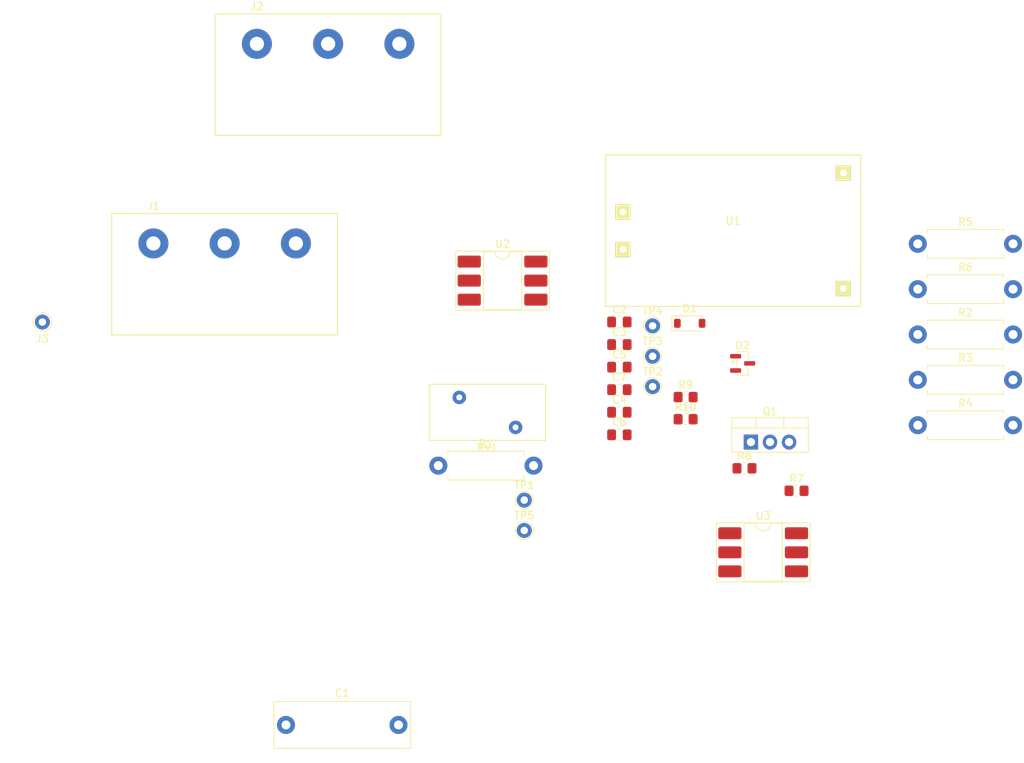
<source format=kicad_pcb>
(kicad_pcb (version 20241229) (generator "pcbnew") (generator_version "9.0")
  (layers (0 "F.Cu" signal) (2 "B.Cu" signal) (13 "F.Paste" user) (15 "B.Paste" user) (5 "F.SilkS" user "F.Silkscreen") (7 "B.SilkS" user "B.Silkscreen") (1 "F.Mask" user) (3 "B.Mask" user) (25 "Edge.Cuts" user))
  (net 0 "")
  (net 1 "GND")
  (net 2 "VCC")
  (net 3 "Net-(D1-K)")
  (net 4 "Net-(D1-A)")
  (net 5 "/MAINS_N")
  (net 6 "/MAINS_L_IN")
  (net 7 "/MAINS_L_OUT")
  (net 8 "/ADC")
  (net 9 "/ZCD")
  (net 10 "Net-(Q1-G)")
  (net 11 "/TRIAC")
  (net 12 "Net-(R8-Pad2)")
  (net 15 "Net-(C1-Pad1)")
  (net 16 "Net-(R5-Pad2)")
  (net 17 "Net-(R6-Pad1)")
  (net 18 "Net-(R7-Pad1)")
  (net 21 "/MAIN_PEN")
  (footprint "Capacitor_SMD:C_0805_2012Metric_Pad1.18x1.45mm_HandSolder" (layer "F.Cu") (at 153.13 81.74)
    (property "Reference" "C3" (at 0 -1.68 0) (layer "F.SilkS"))
    (property "Value" "47u")
    (fp_line (start -0.261252 -0.735) (end 0.261252 -0.735) (stroke (width 0.12)) (layer "F.SilkS"))
    (fp_line (start -0.261252 0.735) (end 0.261252 0.735) (stroke (width 0.12)) (layer "F.SilkS"))
    (pad "1" smd roundrect (at -1.0375 0) (size 1.175 1.45) (layers "F.Cu" "F.Mask" "F.Paste") (roundrect_rratio 0.212766) (net 2 "VCC"))
    (pad "2" smd roundrect (at 1.0375 0) (size 1.175 1.45) (layers "F.Cu" "F.Mask" "F.Paste") (roundrect_rratio 0.212766) (net 1 "GND"))
  )
  (footprint "TestPoint:TestPoint_THTPad_D2.0mm_Drill1.0mm" (layer "F.Cu") (at 140.45 106.54)
    (property "Reference" "TP5" (at 0 -1.998 0) (layer "F.SilkS"))
    (property "Value" "ADC")
    (fp_circle (center 0 0) (end 0 1.2) (stroke (width 0.12)) (fill no) (layer "F.SilkS"))
    (pad "1" thru_hole circle (at 0 0) (size 2 2) (drill 1) (layers "*.Cu" "*.Mask") (net 3 "Net-(D1-K)"))
  )
  (footprint "Drake:HB-9500-3P" (layer "F.Cu") (at 104.8 41.62)
    (property "Reference" "J2" (at 0 -5 0) (layer "F.SilkS"))
    (property "Value" "OUT")
    (fp_line (start -5.55 -4) (end -5.55 12.2) (stroke (width 0.15)) (layer "F.SilkS"))
    (fp_line (start -5.55 -4) (end 24.55 -4) (stroke (width 0.15)) (layer "F.SilkS"))
    (fp_line (start -5.55 12.2) (end 24.55 12.2) (stroke (width 0.15)) (layer "F.SilkS"))
    (fp_line (start 24.55 -4) (end 24.55 12.2) (stroke (width 0.15)) (layer "F.SilkS"))
    (pad "1" thru_hole circle (at 0 0) (size 4 4) (drill 1.9) (layers "*.Cu" "*.Mask") (net 21 "/MAIN_PEN"))
    (pad "2" thru_hole circle (at 9.5 0) (size 4 4) (drill 1.9) (layers "*.Cu" "*.Mask") (net 5 "/MAINS_N"))
    (pad "3" thru_hole circle (at 19 0) (size 4 4) (drill 1.9) (layers "*.Cu" "*.Mask") (net 7 "/MAINS_L_OUT"))
  )
  (footprint "Capacitor_SMD:C_0805_2012Metric_Pad1.18x1.45mm_HandSolder" (layer "F.Cu") (at 153.13 93.78)
    (property "Reference" "C6" (at 0 -1.68 0) (layer "F.SilkS"))
    (property "Value" "100n")
    (fp_line (start -0.261252 -0.735) (end 0.261252 -0.735) (stroke (width 0.12)) (layer "F.SilkS"))
    (fp_line (start -0.261252 0.735) (end 0.261252 0.735) (stroke (width 0.12)) (layer "F.SilkS"))
    (pad "1" smd roundrect (at -1.0375 0) (size 1.175 1.45) (layers "F.Cu" "F.Mask" "F.Paste") (roundrect_rratio 0.212766) (net 3 "Net-(D1-K)"))
    (pad "2" smd roundrect (at 1.0375 0) (size 1.175 1.45) (layers "F.Cu" "F.Mask" "F.Paste") (roundrect_rratio 0.212766) (net 1 "GND"))
  )
  (footprint "Package_TO_SOT_SMD:SOT-23" (layer "F.Cu") (at 169.5625 84.25)
    (property "Reference" "D2" (at 0 -2.4 0) (layer "F.SilkS"))
    (property "Value" "BAT54S")
    (fp_line (start -0.76 -1.56) (end 0.76 -1.56) (stroke (width 0.12)) (layer "F.SilkS"))
    (fp_line (start -0.76 -1.51) (end -0.76 -1.56) (stroke (width 0.12)) (layer "F.SilkS"))
    (fp_line (start -0.76 0.39) (end -0.76 -0.39) (stroke (width 0.12)) (layer "F.SilkS"))
    (fp_line (start -0.76 1.56) (end -0.76 1.51) (stroke (width 0.12)) (layer "F.SilkS"))
    (fp_line (start 0.76 -1.56) (end 0.76 -0.56) (stroke (width 0.12)) (layer "F.SilkS"))
    (fp_line (start 0.76 0.56) (end 0.76 1.56) (stroke (width 0.12)) (layer "F.SilkS"))
    (fp_line (start 0.76 1.56) (end -0.76 1.56) (stroke (width 0.12)) (layer "F.SilkS"))
    (fp_poly (pts (xy -1.3 -0.38) (xy -1.06 -0.05) (xy -1.54 -0.05)) (stroke (width 0.12)) (fill yes) (layer "F.SilkS"))
    (pad "1" smd roundrect (at -0.9375 -0.95) (size 1.475 0.6) (layers "F.Cu" "F.Mask" "F.Paste") (net 1 "GND"))
    (pad "2" smd roundrect (at -0.9375 0.95) (size 1.475 0.6) (layers "F.Cu" "F.Mask" "F.Paste") (net 2 "VCC"))
    (pad "3" smd roundrect (at 0.9375 0) (size 1.475 0.6) (layers "F.Cu" "F.Mask" "F.Paste") (net 3 "Net-(D1-K)"))
  )
  (footprint "Varistor:RV_Disc_D15.5mm_W7.5mm_P7.5mm" (layer "F.Cu") (at 131.79 88.79)
    (property "Reference" "RV1" (at 3.75 6.75 0) (layer "F.SilkS"))
    (property "Value" "14D471")
    (fp_line (start -4 -1.75) (end -4 5.75) (stroke (width 0.15)) (layer "F.SilkS"))
    (fp_line (start -4 -1.75) (end 11.5 -1.75) (stroke (width 0.15)) (layer "F.SilkS"))
    (fp_line (start -4 5.75) (end 11.5 5.75) (stroke (width 0.15)) (layer "F.SilkS"))
    (fp_line (start 11.5 -1.75) (end 11.5 5.75) (stroke (width 0.15)) (layer "F.SilkS"))
    (pad "1" thru_hole circle (at 0 0) (size 1.8 1.8) (drill 0.8) (layers "*.Cu" "*.Mask") (net 6 "/MAINS_L_IN"))
    (pad "2" thru_hole circle (at 7.5 4) (size 1.8 1.8) (drill 0.8) (layers "*.Cu" "*.Mask") (net 5 "/MAINS_N"))
  )
  (footprint "Resistor_THT:R_Axial_DIN0411_L9.9mm_D3.6mm_P12.70mm_Horizontal" (layer "F.Cu") (at 192.92 74.35)
    (property "Reference" "R6" (at 6.35 -2.92 0) (layer "F.SilkS"))
    (property "Value" "68k/0.5W")
    (fp_line (start 1.28 -1.92) (end 11.42 -1.92) (stroke (width 0.12)) (layer "F.SilkS"))
    (fp_line (start 1.28 -1.44) (end 1.28 -1.92) (stroke (width 0.12)) (layer "F.SilkS"))
    (fp_line (start 1.28 1.44) (end 1.28 1.92) (stroke (width 0.12)) (layer "F.SilkS"))
    (fp_line (start 1.28 1.92) (end 11.42 1.92) (stroke (width 0.12)) (layer "F.SilkS"))
    (fp_line (start 11.42 -1.92) (end 11.42 -1.44) (stroke (width 0.12)) (layer "F.SilkS"))
    (fp_line (start 11.42 1.92) (end 11.42 1.44) (stroke (width 0.12)) (layer "F.SilkS"))
    (pad "1" thru_hole circle (at 0 0) (size 2.4 2.4) (drill 1.2) (layers "*.Cu" "*.Mask") (net 17 "Net-(R6-Pad1)"))
    (pad "2" thru_hole circle (at 12.7 0) (size 2.4 2.4) (drill 1.2) (layers "*.Cu" "*.Mask") (net 5 "/MAINS_N"))
  )
  (footprint "Capacitor_SMD:C_0805_2012Metric_Pad1.18x1.45mm_HandSolder" (layer "F.Cu") (at 153.13 78.73)
    (property "Reference" "C2" (at 0 -1.68 0) (layer "F.SilkS"))
    (property "Value" "1n")
    (fp_line (start -0.261252 -0.735) (end 0.261252 -0.735) (stroke (width 0.12)) (layer "F.SilkS"))
    (fp_line (start -0.261252 0.735) (end 0.261252 0.735) (stroke (width 0.12)) (layer "F.SilkS"))
    (pad "1" smd roundrect (at -1.0375 0) (size 1.175 1.45) (layers "F.Cu" "F.Mask" "F.Paste") (roundrect_rratio 0.212766) (net 9 "/ZCD"))
    (pad "2" smd roundrect (at 1.0375 0) (size 1.175 1.45) (layers "F.Cu" "F.Mask" "F.Paste") (roundrect_rratio 0.212766) (net 1 "GND"))
  )
  (footprint "Diode_SMD:D_SOD-123" (layer "F.Cu") (at 162.505 78.9)
    (property "Reference" "D1" (at 0 -2 0) (layer "F.SilkS"))
    (property "Value" "DSK14")
    (fp_line (start -2.36 -1) (end -2.36 1) (stroke (width 0.12)) (layer "F.SilkS"))
    (fp_line (start -2.36 -1) (end 1.65 -1) (stroke (width 0.12)) (layer "F.SilkS"))
    (fp_line (start -2.36 1) (end 1.65 1) (stroke (width 0.12)) (layer "F.SilkS"))
    (pad "1" smd roundrect (at -1.65 0) (size 0.9 1.2) (layers "F.Cu" "F.Mask" "F.Paste") (net 3 "Net-(D1-K)"))
    (pad "2" smd roundrect (at 1.65 0) (size 0.9 1.2) (layers "F.Cu" "F.Mask" "F.Paste") (net 4 "Net-(D1-A)"))
  )
  (footprint "Resistor_SMD:R_0805_2012Metric_Pad1.20x1.40mm_HandSolder" (layer "F.Cu") (at 176.75 101.25)
    (property "Reference" "R7" (at 0 -1.65 0) (layer "F.SilkS"))
    (property "Value" "270R")
    (fp_line (start -0.227064 -0.735) (end 0.227064 -0.735) (stroke (width 0.12)) (layer "F.SilkS"))
    (fp_line (start -0.227064 0.735) (end 0.227064 0.735) (stroke (width 0.12)) (layer "F.SilkS"))
    (pad "1" smd roundrect (at -1 0) (size 1.2 1.4) (layers "F.Cu" "F.Mask" "F.Paste") (roundrect_rratio 0.208333) (net 18 "Net-(R7-Pad1)"))
    (pad "2" smd roundrect (at 1 0) (size 1.2 1.4) (layers "F.Cu" "F.Mask" "F.Paste") (roundrect_rratio 0.208333) (net 10 "Net-(Q1-G)"))
  )
  (footprint "Resistor_SMD:R_0805_2012Metric_Pad1.20x1.40mm_HandSolder" (layer "F.Cu") (at 161.96 88.75)
    (property "Reference" "R9" (at 0 -1.65 0) (layer "F.SilkS"))
    (property "Value" "4k7")
    (fp_line (start -0.227064 -0.735) (end 0.227064 -0.735) (stroke (width 0.12)) (layer "F.SilkS"))
    (fp_line (start -0.227064 0.735) (end 0.227064 0.735) (stroke (width 0.12)) (layer "F.SilkS"))
    (pad "1" smd roundrect (at -1 0) (size 1.2 1.4) (layers "F.Cu" "F.Mask" "F.Paste") (roundrect_rratio 0.208333) (net 2 "VCC"))
    (pad "2" smd roundrect (at 1 0) (size 1.2 1.4) (layers "F.Cu" "F.Mask" "F.Paste") (roundrect_rratio 0.208333) (net 9 "/ZCD"))
  )
  (footprint "Capacitor_SMD:C_0805_2012Metric_Pad1.18x1.45mm_HandSolder" (layer "F.Cu") (at 153.13 90.77)
    (property "Reference" "C4" (at 0 -1.68 0) (layer "F.SilkS"))
    (property "Value" "10u")
    (fp_line (start -0.261252 -0.735) (end 0.261252 -0.735) (stroke (width 0.12)) (layer "F.SilkS"))
    (fp_line (start -0.261252 0.735) (end 0.261252 0.735) (stroke (width 0.12)) (layer "F.SilkS"))
    (pad "1" smd roundrect (at -1.0375 0) (size 1.175 1.45) (layers "F.Cu" "F.Mask" "F.Paste") (roundrect_rratio 0.212766) (net 3 "Net-(D1-K)"))
    (pad "2" smd roundrect (at 1.0375 0) (size 1.175 1.45) (layers "F.Cu" "F.Mask" "F.Paste") (roundrect_rratio 0.212766) (net 1 "GND"))
  )
  (footprint "Resistor_THT:R_Axial_DIN0411_L9.9mm_D3.6mm_P12.70mm_Horizontal" (layer "F.Cu") (at 192.92 68.3)
    (property "Reference" "R5" (at 6.35 -2.92 0) (layer "F.SilkS"))
    (property "Value" "68k/0.5W")
    (fp_line (start 1.28 -1.92) (end 11.42 -1.92) (stroke (width 0.12)) (layer "F.SilkS"))
    (fp_line (start 1.28 -1.44) (end 1.28 -1.92) (stroke (width 0.12)) (layer "F.SilkS"))
    (fp_line (start 1.28 1.44) (end 1.28 1.92) (stroke (width 0.12)) (layer "F.SilkS"))
    (fp_line (start 1.28 1.92) (end 11.42 1.92) (stroke (width 0.12)) (layer "F.SilkS"))
    (fp_line (start 11.42 -1.92) (end 11.42 -1.44) (stroke (width 0.12)) (layer "F.SilkS"))
    (fp_line (start 11.42 1.92) (end 11.42 1.44) (stroke (width 0.12)) (layer "F.SilkS"))
    (pad "1" thru_hole circle (at 0 0) (size 2.4 2.4) (drill 1.2) (layers "*.Cu" "*.Mask") (net 6 "/MAINS_L_IN"))
    (pad "2" thru_hole circle (at 12.7 0) (size 2.4 2.4) (drill 1.2) (layers "*.Cu" "*.Mask") (net 16 "Net-(R5-Pad2)"))
  )
  (footprint "Drake:HLK-PM01" (layer "F.Cu") (at 168.3 66.55)
    (property "Reference" "U1" (at 0 -1.27 0) (layer "F.SilkS"))
    (property "Value" "HLK-PM03")
    (fp_line (start -17 -10.1) (end 17 -10.1) (stroke (width 0.15)) (layer "F.SilkS"))
    (fp_line (start -17 10.1) (end -17 -10.1) (stroke (width 0.15)) (layer "F.SilkS"))
    (fp_line (start 17 -10.1) (end 17 10.1) (stroke (width 0.15)) (layer "F.SilkS"))
    (fp_line (start 17 10.1) (end -17 10.1) (stroke (width 0.15)) (layer "F.SilkS"))
    (pad "1" thru_hole rect (at -14.7 -2.5) (size 2 2) (drill 0.9) (layers "*.Cu" "*.Mask" "F.SilkS") (net 6 "/MAINS_L_IN"))
    (pad "2" thru_hole rect (at -14.7 2.5) (size 2 2) (drill 0.9) (layers "*.Cu" "*.Mask" "F.SilkS") (net 5 "/MAINS_N"))
    (pad "3" thru_hole rect (at 14.7 -7.7) (size 2 2) (drill 0.9) (layers "*.Cu" "*.Mask" "F.SilkS") (net 1 "GND"))
    (pad "4" thru_hole rect (at 14.7 7.7) (size 2 2) (drill 0.9) (layers "*.Cu" "*.Mask" "F.SilkS") (net 2 "VCC"))
  )
  (footprint "Resistor_SMD:R_0805_2012Metric_Pad1.20x1.40mm_HandSolder" (layer "F.Cu") (at 169.81 98.25)
    (property "Reference" "R8" (at 0 -1.65 0) (layer "F.SilkS"))
    (property "Value" "270R")
    (fp_line (start -0.227064 -0.735) (end 0.227064 -0.735) (stroke (width 0.12)) (layer "F.SilkS"))
    (fp_line (start -0.227064 0.735) (end 0.227064 0.735) (stroke (width 0.12)) (layer "F.SilkS"))
    (pad "1" smd roundrect (at -1 0) (size 1.2 1.4) (layers "F.Cu" "F.Mask" "F.Paste") (roundrect_rratio 0.208333) (net 11 "/TRIAC"))
    (pad "2" smd roundrect (at 1 0) (size 1.2 1.4) (layers "F.Cu" "F.Mask" "F.Paste") (roundrect_rratio 0.208333) (net 12 "Net-(R8-Pad2)"))
  )
  (footprint "Package_TO_SOT_THT:TO-220-3_Vertical" (layer "F.Cu") (at 170.67 94.75)
    (property "Reference" "Q1" (at 2.54 -4.1 0) (layer "F.SilkS"))
    (property "Value" "BTA24-600C")
    (fp_line (start -2.57 -3.26) (end 7.65 -3.26) (stroke (width 0.12)) (layer "F.SilkS"))
    (fp_line (start -2.57 -1.88) (end 7.65 -1.88) (stroke (width 0.12)) (layer "F.SilkS"))
    (fp_line (start -2.57 1.36) (end -2.57 -3.26) (stroke (width 0.12)) (layer "F.SilkS"))
    (fp_line (start 0.69 -3.26) (end 0.69 -1.88) (stroke (width 0.12)) (layer "F.SilkS"))
    (fp_line (start 4.39 -3.26) (end 4.39 -1.88) (stroke (width 0.12)) (layer "F.SilkS"))
    (fp_line (start 7.65 -3.26) (end 7.65 1.36) (stroke (width 0.12)) (layer "F.SilkS"))
    (fp_line (start 7.65 1.36) (end -2.57 1.36) (stroke (width 0.12)) (layer "F.SilkS"))
    (pad "1" thru_hole rect (at 0 0) (size 1.905 2) (drill 1.1) (layers "*.Cu" "*.Mask") (net 7 "/MAINS_L_OUT"))
    (pad "2" thru_hole oval (at 2.54 0) (size 1.905 2) (drill 1.1) (layers "*.Cu" "*.Mask") (net 6 "/MAINS_L_IN"))
    (pad "3" thru_hole oval (at 5.08 0) (size 1.905 2) (drill 1.1) (layers "*.Cu" "*.Mask") (net 10 "Net-(Q1-G)"))
  )
  (footprint "TestPoint:TestPoint_THTPad_D2.0mm_Drill1.0mm" (layer "F.Cu") (at 140.45 102.49)
    (property "Reference" "TP1" (at 0 -1.998 0) (layer "F.SilkS"))
    (property "Value" "TRIAC")
    (fp_circle (center 0 0) (end 0 1.2) (stroke (width 0.12)) (fill no) (layer "F.SilkS"))
    (pad "1" thru_hole circle (at 0 0) (size 2 2) (drill 1) (layers "*.Cu" "*.Mask") (net 11 "/TRIAC"))
  )
  (footprint "Package_DIP:DIP-6_W8.89mm_SMDSocket_LongPads" (layer "F.Cu") (at 172.305 109.46)
    (property "Reference" "U3" (at 0 -4.87 0) (layer "F.SilkS"))
    (property "Value" "MOC3023M")
    (fp_line (start -2.535 -3.87) (end -2.535 3.87) (stroke (width 0.12)) (layer "F.SilkS"))
    (fp_line (start -2.535 3.87) (end 2.535 3.87) (stroke (width 0.12)) (layer "F.SilkS"))
    (fp_line (start -1 -3.87) (end -2.535 -3.87) (stroke (width 0.12)) (layer "F.SilkS"))
    (fp_line (start 2.535 -3.87) (end 1 -3.87) (stroke (width 0.12)) (layer "F.SilkS"))
    (fp_line (start 2.535 3.87) (end 2.535 -3.87) (stroke (width 0.12)) (layer "F.SilkS"))
    (fp_rect (start -6.235 -3.93) (end 6.235 3.93) (stroke (width 0.12)) (fill no) (layer "F.SilkS"))
    (fp_arc (start 1 -3.87) (mid 0 -2.87) (end -1 -3.87) (stroke (width 0.12)) (layer "F.SilkS"))
    (pad "1" smd roundrect (at -4.445 -2.54) (size 3.1 1.6) (layers "F.Cu" "F.Mask" "F.Paste") (roundrect_rratio 0.15625) (net 12 "Net-(R8-Pad2)"))
    (pad "2" smd roundrect (at -4.445 0) (size 3.1 1.6) (layers "F.Cu" "F.Mask" "F.Paste") (roundrect_rratio 0.15625) (net 1 "GND"))
    (pad "3" smd roundrect (at -4.445 2.54) (size 3.1 1.6) (layers "F.Cu" "F.Mask" "F.Paste") (roundrect_rratio 0.15625))
    (pad "4" smd roundrect (at 4.445 2.54) (size 3.1 1.6) (layers "F.Cu" "F.Mask" "F.Paste") (roundrect_rratio 0.15625) (net 7 "/MAINS_L_OUT"))
    (pad "5" smd roundrect (at 4.445 0) (size 3.1 1.6) (layers "F.Cu" "F.Mask" "F.Paste") (roundrect_rratio 0.15625))
    (pad "6" smd roundrect (at 4.445 -2.54) (size 3.1 1.6) (layers "F.Cu" "F.Mask" "F.Paste") (roundrect_rratio 0.15625) (net 18 "Net-(R7-Pad1)"))
  )
  (footprint "Package_DIP:DIP-6_W8.89mm_SMDSocket_LongPads" (layer "F.Cu") (at 137.555 73.21)
    (property "Reference" "U2" (at 0 -4.87 0) (layer "F.SilkS"))
    (property "Value" "H11AA1")
    (fp_line (start -2.535 -3.87) (end -2.535 3.87) (stroke (width 0.12)) (layer "F.SilkS"))
    (fp_line (start -2.535 3.87) (end 2.535 3.87) (stroke (width 0.12)) (layer "F.SilkS"))
    (fp_line (start -1 -3.87) (end -2.535 -3.87) (stroke (width 0.12)) (layer "F.SilkS"))
    (fp_line (start 2.535 -3.87) (end 1 -3.87) (stroke (width 0.12)) (layer "F.SilkS"))
    (fp_line (start 2.535 3.87) (end 2.535 -3.87) (stroke (width 0.12)) (layer "F.SilkS"))
    (fp_rect (start -6.235 -3.93) (end 6.235 3.93) (stroke (width 0.12)) (fill no) (layer "F.SilkS"))
    (fp_arc (start 1 -3.87) (mid 0 -2.87) (end -1 -3.87) (stroke (width 0.12)) (layer "F.SilkS"))
    (pad "1" smd roundrect (at -4.445 -2.54) (size 3.1 1.6) (layers "F.Cu" "F.Mask" "F.Paste") (roundrect_rratio 0.15625) (net 16 "Net-(R5-Pad2)"))
    (pad "2" smd roundrect (at -4.445 0) (size 3.1 1.6) (layers "F.Cu" "F.Mask" "F.Paste") (roundrect_rratio 0.15625) (net 17 "Net-(R6-Pad1)"))
    (pad "3" smd roundrect (at -4.445 2.54) (size 3.1 1.6) (layers "F.Cu" "F.Mask" "F.Paste") (roundrect_rratio 0.15625))
    (pad "4" smd roundrect (at 4.445 2.54) (size 3.1 1.6) (layers "F.Cu" "F.Mask" "F.Paste") (roundrect_rratio 0.15625) (net 1 "GND"))
    (pad "5" smd roundrect (at 4.445 0) (size 3.1 1.6) (layers "F.Cu" "F.Mask" "F.Paste") (roundrect_rratio 0.15625) (net 9 "/ZCD"))
    (pad "6" smd roundrect (at 4.445 -2.54) (size 3.1 1.6) (layers "F.Cu" "F.Mask" "F.Paste") (roundrect_rratio 0.15625))
  )
  (footprint "TestPoint:TestPoint_THTPad_D2.0mm_Drill1.0mm" (layer "F.Cu") (at 157.56 79.25)
    (property "Reference" "TP4" (at 0 -1.998 0) (layer "F.SilkS"))
    (property "Value" "GND")
    (fp_circle (center 0 0) (end 0 1.2) (stroke (width 0.12)) (fill no) (layer "F.SilkS"))
    (pad "1" thru_hole circle (at 0 0) (size 2 2) (drill 1) (layers "*.Cu" "*.Mask") (net 1 "GND"))
  )
  (footprint "Capacitor_SMD:C_0805_2012Metric_Pad1.18x1.45mm_HandSolder" (layer "F.Cu") (at 153.13 87.76)
    (property "Reference" "C7" (at 0 -1.68 0) (layer "F.SilkS"))
    (property "Value" "10u")
    (fp_line (start -0.261252 -0.735) (end 0.261252 -0.735) (stroke (width 0.12)) (layer "F.SilkS"))
    (fp_line (start -0.261252 0.735) (end 0.261252 0.735) (stroke (width 0.12)) (layer "F.SilkS"))
    (pad "1" smd roundrect (at -1.0375 0) (size 1.175 1.45) (layers "F.Cu" "F.Mask" "F.Paste") (roundrect_rratio 0.212766) (net 2 "VCC"))
    (pad "2" smd roundrect (at 1.0375 0) (size 1.175 1.45) (layers "F.Cu" "F.Mask" "F.Paste") (roundrect_rratio 0.212766) (net 1 "GND"))
  )
  (footprint "Connector_Pin:Pin_D1.0mm_L10.0mm" (layer "F.Cu") (at 76.2 78.74)
    (property "Reference" "J3" (at 0 2.25 0) (layer "F.SilkS"))
    (property "Value" "Heatsink Earth")
    (fp_circle (center 0 0) (end 1.25 0.05) (stroke (width 0.12)) (fill no) (layer "F.SilkS"))
    (pad "1" thru_hole circle (at 0 0) (size 2 2) (drill 1) (layers "*.Cu" "*.Mask") (net 21 "/MAIN_PEN"))
  )
  (footprint "Resistor_THT:R_Axial_DIN0411_L9.9mm_D3.6mm_P12.70mm_Horizontal" (layer "F.Cu") (at 192.92 86.45)
    (property "Reference" "R3" (at 6.35 -2.92 0) (layer "F.SilkS"))
    (property "Value" "510k/0.5W")
    (fp_line (start 1.28 -1.92) (end 11.42 -1.92) (stroke (width 0.12)) (layer "F.SilkS"))
    (fp_line (start 1.28 -1.44) (end 1.28 -1.92) (stroke (width 0.12)) (layer "F.SilkS"))
    (fp_line (start 1.28 1.44) (end 1.28 1.92) (stroke (width 0.12)) (layer "F.SilkS"))
    (fp_line (start 1.28 1.92) (end 11.42 1.92) (stroke (width 0.12)) (layer "F.SilkS"))
    (fp_line (start 11.42 -1.92) (end 11.42 -1.44) (stroke (width 0.12)) (layer "F.SilkS"))
    (fp_line (start 11.42 1.92) (end 11.42 1.44) (stroke (width 0.12)) (layer "F.SilkS"))
    (pad "1" thru_hole circle (at 0 0) (size 2.4 2.4) (drill 1.2) (layers "*.Cu" "*.Mask") (net 5 "/MAINS_N"))
    (pad "2" thru_hole circle (at 12.7 0) (size 2.4 2.4) (drill 1.2) (layers "*.Cu" "*.Mask") (net 1 "GND"))
  )
  (footprint "Resistor_THT:R_Axial_DIN0411_L9.9mm_D3.6mm_P12.70mm_Horizontal" (layer "F.Cu") (at 192.92 80.4)
    (property "Reference" "R2" (at 6.35 -2.92 0) (layer "F.SilkS"))
    (property "Value" "510k/0.5W")
    (fp_line (start 1.28 -1.92) (end 11.42 -1.92) (stroke (width 0.12)) (layer "F.SilkS"))
    (fp_line (start 1.28 -1.44) (end 1.28 -1.92) (stroke (width 0.12)) (layer "F.SilkS"))
    (fp_line (start 1.28 1.44) (end 1.28 1.92) (stroke (width 0.12)) (layer "F.SilkS"))
    (fp_line (start 1.28 1.92) (end 11.42 1.92) (stroke (width 0.12)) (layer "F.SilkS"))
    (fp_line (start 11.42 -1.92) (end 11.42 -1.44) (stroke (width 0.12)) (layer "F.SilkS"))
    (fp_line (start 11.42 1.92) (end 11.42 1.44) (stroke (width 0.12)) (layer "F.SilkS"))
    (pad "1" thru_hole circle (at 0 0) (size 2.4 2.4) (drill 1.2) (layers "*.Cu" "*.Mask") (net 6 "/MAINS_L_IN"))
    (pad "2" thru_hole circle (at 12.7 0) (size 2.4 2.4) (drill 1.2) (layers "*.Cu" "*.Mask") (net 4 "Net-(D1-A)"))
  )
  (footprint "Capacitor_SMD:C_0805_2012Metric_Pad1.18x1.45mm_HandSolder" (layer "F.Cu") (at 153.13 84.75)
    (property "Reference" "C5" (at 0 -1.68 0) (layer "F.SilkS"))
    (property "Value" "47u")
    (fp_line (start -0.261252 -0.735) (end 0.261252 -0.735) (stroke (width 0.12)) (layer "F.SilkS"))
    (fp_line (start -0.261252 0.735) (end 0.261252 0.735) (stroke (width 0.12)) (layer "F.SilkS"))
    (pad "1" smd roundrect (at -1.0375 0) (size 1.175 1.45) (layers "F.Cu" "F.Mask" "F.Paste") (roundrect_rratio 0.212766) (net 2 "VCC"))
    (pad "2" smd roundrect (at 1.0375 0) (size 1.175 1.45) (layers "F.Cu" "F.Mask" "F.Paste") (roundrect_rratio 0.212766) (net 1 "GND"))
  )
  (footprint "TestPoint:TestPoint_THTPad_D2.0mm_Drill1.0mm" (layer "F.Cu") (at 157.56 83.3)
    (property "Reference" "TP3" (at 0 -1.998 0) (layer "F.SilkS"))
    (property "Value" "VCC")
    (fp_circle (center 0 0) (end 0 1.2) (stroke (width 0.12)) (fill no) (layer "F.SilkS"))
    (pad "1" thru_hole circle (at 0 0) (size 2 2) (drill 1) (layers "*.Cu" "*.Mask") (net 2 "VCC"))
  )
  (footprint "Drake:HB-9500-3P" (layer "F.Cu") (at 91 68.25)
    (property "Reference" "J1" (at 0 -5 0) (layer "F.SilkS"))
    (property "Value" "IN")
    (fp_line (start -5.55 -4) (end -5.55 12.2) (stroke (width 0.15)) (layer "F.SilkS"))
    (fp_line (start -5.55 -4) (end 24.55 -4) (stroke (width 0.15)) (layer "F.SilkS"))
    (fp_line (start -5.55 12.2) (end 24.55 12.2) (stroke (width 0.15)) (layer "F.SilkS"))
    (fp_line (start 24.55 -4) (end 24.55 12.2) (stroke (width 0.15)) (layer "F.SilkS"))
    (pad "1" thru_hole circle (at 0 0) (size 4 4) (drill 1.9) (layers "*.Cu" "*.Mask") (net 21 "/MAIN_PEN"))
    (pad "2" thru_hole circle (at 9.5 0) (size 4 4) (drill 1.9) (layers "*.Cu" "*.Mask") (net 5 "/MAINS_N"))
    (pad "3" thru_hole circle (at 19 0) (size 4 4) (drill 1.9) (layers "*.Cu" "*.Mask") (net 6 "/MAINS_L_IN"))
  )
  (footprint "Resistor_THT:R_Axial_DIN0411_L9.9mm_D3.6mm_P12.70mm_Horizontal" (layer "F.Cu") (at 192.92 92.5)
    (property "Reference" "R4" (at 6.35 -2.92 0) (layer "F.SilkS"))
    (property "Value" "10k/0.5W")
    (fp_line (start 1.28 -1.92) (end 11.42 -1.92) (stroke (width 0.12)) (layer "F.SilkS"))
    (fp_line (start 1.28 -1.44) (end 1.28 -1.92) (stroke (width 0.12)) (layer "F.SilkS"))
    (fp_line (start 1.28 1.44) (end 1.28 1.92) (stroke (width 0.12)) (layer "F.SilkS"))
    (fp_line (start 1.28 1.92) (end 11.42 1.92) (stroke (width 0.12)) (layer "F.SilkS"))
    (fp_line (start 11.42 -1.92) (end 11.42 -1.44) (stroke (width 0.12)) (layer "F.SilkS"))
    (fp_line (start 11.42 1.92) (end 11.42 1.44) (stroke (width 0.12)) (layer "F.SilkS"))
    (pad "1" thru_hole circle (at 0 0) (size 2.4 2.4) (drill 1.2) (layers "*.Cu" "*.Mask") (net 1 "GND"))
    (pad "2" thru_hole circle (at 12.7 0) (size 2.4 2.4) (drill 1.2) (layers "*.Cu" "*.Mask") (net 4 "Net-(D1-A)"))
  )
  (footprint "Resistor_THT:R_Axial_DIN0411_L9.9mm_D3.6mm_P12.70mm_Horizontal" (layer "F.Cu") (at 128.99 97.89)
    (property "Reference" "R1" (at 6.35 -2.92 0) (layer "F.SilkS"))
    (property "Value" "100R/1W")
    (fp_line (start 1.28 -1.92) (end 11.42 -1.92) (stroke (width 0.12)) (layer "F.SilkS"))
    (fp_line (start 1.28 -1.44) (end 1.28 -1.92) (stroke (width 0.12)) (layer "F.SilkS"))
    (fp_line (start 1.28 1.44) (end 1.28 1.92) (stroke (width 0.12)) (layer "F.SilkS"))
    (fp_line (start 1.28 1.92) (end 11.42 1.92) (stroke (width 0.12)) (layer "F.SilkS"))
    (fp_line (start 11.42 -1.92) (end 11.42 -1.44) (stroke (width 0.12)) (layer "F.SilkS"))
    (fp_line (start 11.42 1.92) (end 11.42 1.44) (stroke (width 0.12)) (layer "F.SilkS"))
    (pad "1" thru_hole circle (at 0 0) (size 2.4 2.4) (drill 1.2) (layers "*.Cu" "*.Mask") (net 6 "/MAINS_L_IN"))
    (pad "2" thru_hole circle (at 12.7 0) (size 2.4 2.4) (drill 1.2) (layers "*.Cu" "*.Mask") (net 15 "Net-(C1-Pad1)"))
  )
  (footprint "Capacitor_THT:C_Rect_L18.0mm_W6.0mm_P15.00mm_FKS3_FKP3" (layer "F.Cu") (at 108.68 132.49)
    (property "Reference" "C1" (at 7.5 -4.25 0) (layer "F.SilkS"))
    (property "Value" "JFZ-100N/310-P15")
    (fp_line (start -1.62 -3.12) (end 16.62 -3.12) (stroke (width 0.12)) (layer "F.SilkS"))
    (fp_line (start -1.62 3.12) (end -1.62 -3.12) (stroke (width 0.12)) (layer "F.SilkS"))
    (fp_line (start 16.62 -3.12) (end 16.62 3.12) (stroke (width 0.12)) (layer "F.SilkS"))
    (fp_line (start 16.62 3.12) (end -1.62 3.12) (stroke (width 0.12)) (layer "F.SilkS"))
    (pad "1" thru_hole circle (at 0 0) (size 2.4 2.4) (drill 1.2) (layers "*.Cu" "*.Mask") (net 15 "Net-(C1-Pad1)"))
    (pad "2" thru_hole circle (at 15 0) (size 2.4 2.4) (drill 1.2) (layers "*.Cu" "*.Mask") (net 7 "/MAINS_L_OUT"))
  )
  (footprint "Resistor_SMD:R_0805_2012Metric_Pad1.20x1.40mm_HandSolder" (layer "F.Cu") (at 161.96 91.7)
    (property "Reference" "R10" (at 0 -1.65 0) (layer "F.SilkS"))
    (property "Value" "1k5")
    (fp_line (start -0.227064 -0.735) (end 0.227064 -0.735) (stroke (width 0.12)) (layer "F.SilkS"))
    (fp_line (start -0.227064 0.735) (end 0.227064 0.735) (stroke (width 0.12)) (layer "F.SilkS"))
    (pad "1" smd roundrect (at -1 0) (size 1.2 1.4) (layers "F.Cu" "F.Mask" "F.Paste") (roundrect_rratio 0.208333) (net 3 "Net-(D1-K)"))
    (pad "2" smd roundrect (at 1 0) (size 1.2 1.4) (layers "F.Cu" "F.Mask" "F.Paste") (roundrect_rratio 0.208333) (net 8 "/ADC"))
  )
  (footprint "TestPoint:TestPoint_THTPad_D2.0mm_Drill1.0mm" (layer "F.Cu") (at 157.56 87.35)
    (property "Reference" "TP2" (at 0 -1.998 0) (layer "F.SilkS"))
    (property "Value" "ZCD")
    (fp_circle (center 0 0) (end 0 1.2) (stroke (width 0.12)) (fill no) (layer "F.SilkS"))
    (pad "1" thru_hole circle (at 0 0) (size 2 2) (drill 1) (layers "*.Cu" "*.Mask") (net 9 "/ZCD"))
  )
)
</source>
